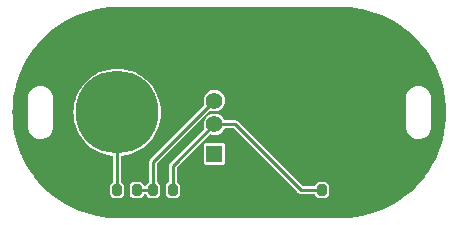
<source format=gbr>
%TF.GenerationSoftware,KiCad,Pcbnew,(6.0.5)*%
%TF.CreationDate,2022-05-17T08:39:16+02:00*%
%TF.ProjectId,supply2usb,73757070-6c79-4327-9573-622e6b696361,rev?*%
%TF.SameCoordinates,Original*%
%TF.FileFunction,Copper,L1,Top*%
%TF.FilePolarity,Positive*%
%FSLAX46Y46*%
G04 Gerber Fmt 4.6, Leading zero omitted, Abs format (unit mm)*
G04 Created by KiCad (PCBNEW (6.0.5)) date 2022-05-17 08:39:16*
%MOMM*%
%LPD*%
G01*
G04 APERTURE LIST*
G04 Aperture macros list*
%AMRoundRect*
0 Rectangle with rounded corners*
0 $1 Rounding radius*
0 $2 $3 $4 $5 $6 $7 $8 $9 X,Y pos of 4 corners*
0 Add a 4 corners polygon primitive as box body*
4,1,4,$2,$3,$4,$5,$6,$7,$8,$9,$2,$3,0*
0 Add four circle primitives for the rounded corners*
1,1,$1+$1,$2,$3*
1,1,$1+$1,$4,$5*
1,1,$1+$1,$6,$7*
1,1,$1+$1,$8,$9*
0 Add four rect primitives between the rounded corners*
20,1,$1+$1,$2,$3,$4,$5,0*
20,1,$1+$1,$4,$5,$6,$7,0*
20,1,$1+$1,$6,$7,$8,$9,0*
20,1,$1+$1,$8,$9,$2,$3,0*%
G04 Aperture macros list end*
%TA.AperFunction,SMDPad,CuDef*%
%ADD10RoundRect,0.200000X-0.200000X-0.275000X0.200000X-0.275000X0.200000X0.275000X-0.200000X0.275000X0*%
%TD*%
%TA.AperFunction,ComponentPad*%
%ADD11C,7.000000*%
%TD*%
%TA.AperFunction,ComponentPad*%
%ADD12R,1.420000X1.420000*%
%TD*%
%TA.AperFunction,ComponentPad*%
%ADD13C,1.420000*%
%TD*%
%TA.AperFunction,ComponentPad*%
%ADD14C,2.900000*%
%TD*%
%TA.AperFunction,Conductor*%
%ADD15C,0.250000*%
%TD*%
G04 APERTURE END LIST*
D10*
%TO.P,R2,1*%
%TO.N,Net-(J3-Pad3)*%
X113050000Y-96570000D03*
%TO.P,R2,2*%
%TO.N,Net-(J3-Pad2)*%
X114700000Y-96570000D03*
%TD*%
D11*
%TO.P,J2,1,Pin_1*%
%TO.N,GND*%
X129000000Y-90000000D03*
%TD*%
D12*
%TO.P,J3,1,VBUS*%
%TO.N,VBUS*%
X118240000Y-93500000D03*
D13*
%TO.P,J3,2,D-*%
%TO.N,Net-(J3-Pad2)*%
X118240000Y-91000000D03*
%TO.P,J3,3,D+*%
%TO.N,Net-(J3-Pad3)*%
X118240000Y-89000000D03*
%TO.P,J3,4,GND*%
%TO.N,GND*%
X118240000Y-86500000D03*
D14*
%TO.P,J3,5,Shield*%
X120950000Y-83430000D03*
X120950000Y-96570000D03*
%TD*%
D11*
%TO.P,J1,1,Pin_1*%
%TO.N,VBUS*%
X110000000Y-90000000D03*
%TD*%
D10*
%TO.P,R3,1*%
%TO.N,Net-(J3-Pad2)*%
X127350000Y-96570000D03*
%TO.P,R3,2*%
%TO.N,GND*%
X129000000Y-96570000D03*
%TD*%
%TO.P,R1,1*%
%TO.N,VBUS*%
X110000000Y-96570000D03*
%TO.P,R1,2*%
%TO.N,Net-(J3-Pad3)*%
X111650000Y-96570000D03*
%TD*%
D15*
%TO.N,Net-(J3-Pad2)*%
X118240000Y-91000000D02*
X114700000Y-94540000D01*
X125570000Y-96570000D02*
X127350000Y-96570000D01*
X114700000Y-94540000D02*
X114700000Y-96570000D01*
X118240000Y-91000000D02*
X120000000Y-91000000D01*
X120000000Y-91000000D02*
X125570000Y-96570000D01*
%TO.N,Net-(J3-Pad3)*%
X113050000Y-94190000D02*
X113050000Y-96570000D01*
X111650000Y-96570000D02*
X113050000Y-96570000D01*
X118240000Y-89000000D02*
X113050000Y-94190000D01*
%TO.N,VBUS*%
X110000000Y-96570000D02*
X110000000Y-90000000D01*
%TD*%
%TA.AperFunction,Conductor*%
%TO.N,GND*%
G36*
X128989213Y-81053191D02*
G01*
X128989253Y-81053202D01*
X128989254Y-81053202D01*
X128998640Y-81055805D01*
X129008071Y-81053366D01*
X129011178Y-81053393D01*
X129027307Y-81051679D01*
X129578192Y-81074427D01*
X129582994Y-81074782D01*
X129838005Y-81102006D01*
X130157341Y-81136097D01*
X130162078Y-81136760D01*
X130731213Y-81235301D01*
X130735925Y-81236275D01*
X131297449Y-81371625D01*
X131302073Y-81372900D01*
X131853629Y-81544493D01*
X131858138Y-81546059D01*
X132397345Y-81753152D01*
X132401771Y-81755020D01*
X132401774Y-81755021D01*
X132401776Y-81755022D01*
X132926353Y-81996740D01*
X132930658Y-81998896D01*
X133438403Y-82274220D01*
X133442560Y-82276652D01*
X133931330Y-82584422D01*
X133935319Y-82587119D01*
X134403036Y-82926027D01*
X134406841Y-82928978D01*
X134851510Y-83297576D01*
X134855116Y-83300768D01*
X135274896Y-83697531D01*
X135278279Y-83700944D01*
X135671348Y-84124153D01*
X135674503Y-84127780D01*
X136039224Y-84575669D01*
X136042141Y-84579500D01*
X136376946Y-85050146D01*
X136379608Y-85054158D01*
X136683100Y-85545592D01*
X136685496Y-85549770D01*
X136956378Y-86059896D01*
X136958497Y-86064220D01*
X137062191Y-86294523D01*
X137143805Y-86475786D01*
X137195632Y-86590894D01*
X137197465Y-86595347D01*
X137399837Y-87136318D01*
X137401377Y-87140881D01*
X137568142Y-87693886D01*
X137569379Y-87698531D01*
X137687289Y-88207141D01*
X137699819Y-88261191D01*
X137700752Y-88265903D01*
X137789412Y-88805968D01*
X137794324Y-88835888D01*
X137794949Y-88840663D01*
X137851249Y-89415504D01*
X137851562Y-89420309D01*
X137860830Y-89704994D01*
X137867521Y-89910500D01*
X137870356Y-89997592D01*
X137870356Y-90002396D01*
X137861681Y-90268875D01*
X137851562Y-90579691D01*
X137851249Y-90584496D01*
X137794949Y-91159337D01*
X137794324Y-91164110D01*
X137709200Y-91682640D01*
X137700754Y-91734085D01*
X137699821Y-91738797D01*
X137585263Y-92232952D01*
X137569381Y-92301461D01*
X137568142Y-92306114D01*
X137401377Y-92859119D01*
X137399837Y-92863682D01*
X137197465Y-93404653D01*
X137195635Y-93409098D01*
X137143580Y-93524712D01*
X136958497Y-93935780D01*
X136956378Y-93940104D01*
X136685496Y-94450230D01*
X136683100Y-94454408D01*
X136379608Y-94945842D01*
X136376946Y-94949854D01*
X136042141Y-95420500D01*
X136039224Y-95424331D01*
X135674503Y-95872220D01*
X135671355Y-95875839D01*
X135311320Y-96263482D01*
X135278286Y-96299049D01*
X135274896Y-96302469D01*
X134855116Y-96699232D01*
X134851510Y-96702424D01*
X134406841Y-97071022D01*
X134403036Y-97073973D01*
X133935319Y-97412881D01*
X133931330Y-97415578D01*
X133442560Y-97723348D01*
X133438403Y-97725780D01*
X132930658Y-98001104D01*
X132926353Y-98003260D01*
X132728223Y-98094555D01*
X132401771Y-98244980D01*
X132397345Y-98246848D01*
X131858142Y-98453940D01*
X131853629Y-98455507D01*
X131302073Y-98627100D01*
X131297449Y-98628375D01*
X130735925Y-98763725D01*
X130731213Y-98764699D01*
X130162078Y-98863240D01*
X130157341Y-98863903D01*
X129838005Y-98897994D01*
X129582994Y-98925218D01*
X129578192Y-98925573D01*
X129027298Y-98948321D01*
X129011187Y-98946609D01*
X129008072Y-98946636D01*
X128998640Y-98944197D01*
X128989254Y-98946800D01*
X128989252Y-98946800D01*
X128989220Y-98946809D01*
X128969445Y-98949500D01*
X119500000Y-98949500D01*
X110030555Y-98949499D01*
X110010780Y-98946808D01*
X110010748Y-98946799D01*
X110010746Y-98946799D01*
X110001360Y-98944196D01*
X109991929Y-98946635D01*
X109988822Y-98946608D01*
X109972693Y-98948322D01*
X109421808Y-98925574D01*
X109417006Y-98925219D01*
X109161995Y-98897995D01*
X108842659Y-98863904D01*
X108837922Y-98863241D01*
X108268787Y-98764700D01*
X108264075Y-98763726D01*
X107702551Y-98628376D01*
X107697927Y-98627101D01*
X107146371Y-98455508D01*
X107141862Y-98453942D01*
X106602655Y-98246849D01*
X106598224Y-98244979D01*
X106073646Y-98003261D01*
X106069341Y-98001105D01*
X105561597Y-97725781D01*
X105557440Y-97723349D01*
X105068670Y-97415579D01*
X105064681Y-97412882D01*
X104596964Y-97073974D01*
X104593159Y-97071023D01*
X104148480Y-96702417D01*
X104144874Y-96699224D01*
X103725119Y-96302484D01*
X103721729Y-96299065D01*
X103654970Y-96227187D01*
X103328643Y-95875839D01*
X103325489Y-95872213D01*
X103318889Y-95864107D01*
X102960774Y-95424330D01*
X102957858Y-95420500D01*
X102623053Y-94949855D01*
X102620391Y-94945843D01*
X102316899Y-94454409D01*
X102314503Y-94450231D01*
X102043621Y-93940104D01*
X102041502Y-93935780D01*
X101856419Y-93524712D01*
X101804364Y-93409098D01*
X101802534Y-93404653D01*
X101600162Y-92863683D01*
X101598622Y-92859120D01*
X101431857Y-92306114D01*
X101430618Y-92301461D01*
X101414736Y-92232952D01*
X101300178Y-91738797D01*
X101299245Y-91734085D01*
X101290800Y-91682640D01*
X101220077Y-91251841D01*
X102449500Y-91251841D01*
X102464520Y-91405030D01*
X102524065Y-91602251D01*
X102620782Y-91784151D01*
X102750989Y-91943800D01*
X102909725Y-92075118D01*
X102912914Y-92076842D01*
X102912915Y-92076843D01*
X103087762Y-92171382D01*
X103090945Y-92173103D01*
X103094395Y-92174171D01*
X103094400Y-92174173D01*
X103219004Y-92212744D01*
X103287746Y-92234023D01*
X103492631Y-92255557D01*
X103496235Y-92255229D01*
X103496236Y-92255229D01*
X103595214Y-92246222D01*
X103697797Y-92236886D01*
X103746753Y-92222478D01*
X103891957Y-92179742D01*
X103891961Y-92179740D01*
X103895428Y-92178720D01*
X103991367Y-92128564D01*
X104074791Y-92084951D01*
X104074794Y-92084949D01*
X104077998Y-92083274D01*
X104121506Y-92048293D01*
X104235734Y-91956452D01*
X104235737Y-91956449D01*
X104238553Y-91954185D01*
X104240881Y-91951411D01*
X104368649Y-91799144D01*
X104368652Y-91799140D01*
X104370976Y-91796370D01*
X104470224Y-91615838D01*
X104532516Y-91419468D01*
X104534136Y-91405030D01*
X104550269Y-91261193D01*
X104550500Y-91259136D01*
X104550500Y-90000000D01*
X106294422Y-90000000D01*
X106294523Y-90001927D01*
X106311055Y-90317360D01*
X106314722Y-90387338D01*
X106375398Y-90770433D01*
X106375898Y-90772299D01*
X106437943Y-91003853D01*
X106475786Y-91145087D01*
X106476475Y-91146882D01*
X106476477Y-91146888D01*
X106614091Y-91505385D01*
X106614095Y-91505395D01*
X106614786Y-91507194D01*
X106615664Y-91508917D01*
X106763542Y-91799144D01*
X106790875Y-91852789D01*
X106791919Y-91854397D01*
X106791925Y-91854407D01*
X106998889Y-92173103D01*
X107002124Y-92178084D01*
X107003335Y-92179579D01*
X107003339Y-92179585D01*
X107064554Y-92255179D01*
X107246219Y-92479516D01*
X107520484Y-92753781D01*
X107656200Y-92863682D01*
X107820415Y-92996661D01*
X107820421Y-92996665D01*
X107821916Y-92997876D01*
X107823533Y-92998926D01*
X107823537Y-92998929D01*
X108145593Y-93208075D01*
X108145603Y-93208081D01*
X108147211Y-93209125D01*
X108492806Y-93385214D01*
X108494605Y-93385905D01*
X108494615Y-93385909D01*
X108853112Y-93523523D01*
X108853118Y-93523525D01*
X108854913Y-93524214D01*
X108856768Y-93524711D01*
X108856771Y-93524712D01*
X109209136Y-93619128D01*
X109229567Y-93624602D01*
X109612076Y-93685185D01*
X109656348Y-93709726D01*
X109674500Y-93758274D01*
X109674500Y-95864107D01*
X109657187Y-95911673D01*
X109634096Y-95930041D01*
X109561658Y-95966950D01*
X109471950Y-96056658D01*
X109469306Y-96061848D01*
X109469304Y-96061850D01*
X109417000Y-96164502D01*
X109414354Y-96169696D01*
X109413443Y-96175448D01*
X109413442Y-96175451D01*
X109410446Y-96194368D01*
X109399500Y-96263481D01*
X109399501Y-96876518D01*
X109399956Y-96879390D01*
X109399956Y-96879392D01*
X109401244Y-96887525D01*
X109414354Y-96970304D01*
X109438981Y-97018637D01*
X109469304Y-97078150D01*
X109469306Y-97078152D01*
X109471950Y-97083342D01*
X109561658Y-97173050D01*
X109566848Y-97175694D01*
X109566850Y-97175696D01*
X109669502Y-97228000D01*
X109669505Y-97228001D01*
X109674696Y-97230646D01*
X109680448Y-97231557D01*
X109680451Y-97231558D01*
X109765602Y-97245044D01*
X109768481Y-97245500D01*
X110000000Y-97245500D01*
X110231518Y-97245499D01*
X110234390Y-97245044D01*
X110234392Y-97245044D01*
X110266090Y-97240024D01*
X110325304Y-97230646D01*
X110381823Y-97201848D01*
X110433150Y-97175696D01*
X110433152Y-97175694D01*
X110438342Y-97173050D01*
X110528050Y-97083342D01*
X110530694Y-97078152D01*
X110530696Y-97078150D01*
X110583000Y-96975498D01*
X110583001Y-96975495D01*
X110585646Y-96970304D01*
X110586557Y-96964551D01*
X110586558Y-96964549D01*
X110600045Y-96879392D01*
X110600500Y-96876519D01*
X110600499Y-96263482D01*
X110600499Y-96263481D01*
X111049500Y-96263481D01*
X111049501Y-96876518D01*
X111049956Y-96879390D01*
X111049956Y-96879392D01*
X111051244Y-96887525D01*
X111064354Y-96970304D01*
X111088981Y-97018637D01*
X111119304Y-97078150D01*
X111119306Y-97078152D01*
X111121950Y-97083342D01*
X111211658Y-97173050D01*
X111216848Y-97175694D01*
X111216850Y-97175696D01*
X111319502Y-97228000D01*
X111319505Y-97228001D01*
X111324696Y-97230646D01*
X111330448Y-97231557D01*
X111330451Y-97231558D01*
X111415602Y-97245044D01*
X111418481Y-97245500D01*
X111650000Y-97245500D01*
X111881518Y-97245499D01*
X111884390Y-97245044D01*
X111884392Y-97245044D01*
X111916090Y-97240024D01*
X111975304Y-97230646D01*
X112031823Y-97201848D01*
X112083150Y-97175696D01*
X112083152Y-97175694D01*
X112088342Y-97173050D01*
X112178050Y-97083342D01*
X112180694Y-97078152D01*
X112180696Y-97078150D01*
X112233000Y-96975498D01*
X112233001Y-96975495D01*
X112235646Y-96970304D01*
X112237607Y-96957923D01*
X112262149Y-96913651D01*
X112310696Y-96895500D01*
X112389304Y-96895500D01*
X112436870Y-96912813D01*
X112462393Y-96957922D01*
X112464354Y-96970304D01*
X112488981Y-97018637D01*
X112519304Y-97078150D01*
X112519306Y-97078152D01*
X112521950Y-97083342D01*
X112611658Y-97173050D01*
X112616848Y-97175694D01*
X112616850Y-97175696D01*
X112719502Y-97228000D01*
X112719505Y-97228001D01*
X112724696Y-97230646D01*
X112730448Y-97231557D01*
X112730451Y-97231558D01*
X112815602Y-97245044D01*
X112818481Y-97245500D01*
X113050000Y-97245500D01*
X113281518Y-97245499D01*
X113284390Y-97245044D01*
X113284392Y-97245044D01*
X113316090Y-97240024D01*
X113375304Y-97230646D01*
X113431823Y-97201848D01*
X113483150Y-97175696D01*
X113483152Y-97175694D01*
X113488342Y-97173050D01*
X113578050Y-97083342D01*
X113580694Y-97078152D01*
X113580696Y-97078150D01*
X113633000Y-96975498D01*
X113633001Y-96975495D01*
X113635646Y-96970304D01*
X113636557Y-96964551D01*
X113636558Y-96964549D01*
X113650045Y-96879392D01*
X113650500Y-96876519D01*
X113650499Y-96263482D01*
X113650499Y-96263481D01*
X114099500Y-96263481D01*
X114099501Y-96876518D01*
X114099956Y-96879390D01*
X114099956Y-96879392D01*
X114101244Y-96887525D01*
X114114354Y-96970304D01*
X114138981Y-97018637D01*
X114169304Y-97078150D01*
X114169306Y-97078152D01*
X114171950Y-97083342D01*
X114261658Y-97173050D01*
X114266848Y-97175694D01*
X114266850Y-97175696D01*
X114369502Y-97228000D01*
X114369505Y-97228001D01*
X114374696Y-97230646D01*
X114380448Y-97231557D01*
X114380451Y-97231558D01*
X114465602Y-97245044D01*
X114468481Y-97245500D01*
X114700000Y-97245500D01*
X114931518Y-97245499D01*
X114934390Y-97245044D01*
X114934392Y-97245044D01*
X114966090Y-97240024D01*
X115025304Y-97230646D01*
X115081823Y-97201848D01*
X115133150Y-97175696D01*
X115133152Y-97175694D01*
X115138342Y-97173050D01*
X115228050Y-97083342D01*
X115230694Y-97078152D01*
X115230696Y-97078150D01*
X115283000Y-96975498D01*
X115283001Y-96975495D01*
X115285646Y-96970304D01*
X115286557Y-96964551D01*
X115286558Y-96964549D01*
X115300045Y-96879392D01*
X115300500Y-96876519D01*
X115300499Y-96263482D01*
X115285646Y-96169696D01*
X115256848Y-96113177D01*
X115230696Y-96061850D01*
X115230694Y-96061848D01*
X115228050Y-96056658D01*
X115138342Y-95966950D01*
X115065904Y-95930041D01*
X115031382Y-95893021D01*
X115025500Y-95864107D01*
X115025500Y-94705478D01*
X115042813Y-94657912D01*
X115047174Y-94653152D01*
X115470578Y-94229748D01*
X117329500Y-94229748D01*
X117341133Y-94288231D01*
X117345184Y-94294293D01*
X117345184Y-94294294D01*
X117364620Y-94323381D01*
X117385448Y-94354552D01*
X117451769Y-94398867D01*
X117496295Y-94407724D01*
X117506682Y-94409790D01*
X117506683Y-94409790D01*
X117510252Y-94410500D01*
X118969748Y-94410500D01*
X118973317Y-94409790D01*
X118973318Y-94409790D01*
X118983705Y-94407724D01*
X119028231Y-94398867D01*
X119094552Y-94354552D01*
X119115380Y-94323381D01*
X119134816Y-94294294D01*
X119134816Y-94294293D01*
X119138867Y-94288231D01*
X119150500Y-94229748D01*
X119150500Y-92770252D01*
X119138867Y-92711769D01*
X119094552Y-92645448D01*
X119028231Y-92601133D01*
X118983705Y-92592276D01*
X118973318Y-92590210D01*
X118973317Y-92590210D01*
X118969748Y-92589500D01*
X117510252Y-92589500D01*
X117506683Y-92590210D01*
X117506682Y-92590210D01*
X117496295Y-92592276D01*
X117451769Y-92601133D01*
X117385448Y-92645448D01*
X117341133Y-92711769D01*
X117329500Y-92770252D01*
X117329500Y-94229748D01*
X115470578Y-94229748D01*
X117832926Y-91867400D01*
X117878802Y-91846008D01*
X117915350Y-91852123D01*
X117957090Y-91870707D01*
X117960882Y-91871513D01*
X117960885Y-91871514D01*
X118140506Y-91909693D01*
X118144303Y-91910500D01*
X118335697Y-91910500D01*
X118339494Y-91909693D01*
X118519115Y-91871514D01*
X118519118Y-91871513D01*
X118522910Y-91870707D01*
X118526452Y-91869130D01*
X118526455Y-91869129D01*
X118694216Y-91794436D01*
X118697758Y-91792859D01*
X118709744Y-91784151D01*
X118849461Y-91682640D01*
X118849462Y-91682639D01*
X118852599Y-91680360D01*
X118980667Y-91538126D01*
X119059589Y-91401430D01*
X119074427Y-91375730D01*
X119074428Y-91375729D01*
X119076365Y-91372373D01*
X119077373Y-91369270D01*
X119112402Y-91332991D01*
X119144846Y-91325500D01*
X119834522Y-91325500D01*
X119882088Y-91342813D01*
X119886848Y-91347174D01*
X125327506Y-96787832D01*
X125331867Y-96792591D01*
X125357545Y-96823194D01*
X125392149Y-96843172D01*
X125397589Y-96846638D01*
X125430316Y-96869554D01*
X125436568Y-96871229D01*
X125441118Y-96873351D01*
X125446628Y-96875633D01*
X125451348Y-96877351D01*
X125456955Y-96880588D01*
X125496295Y-96887525D01*
X125502587Y-96888920D01*
X125541194Y-96899264D01*
X125580995Y-96895782D01*
X125587445Y-96895500D01*
X126689304Y-96895500D01*
X126736870Y-96912813D01*
X126762393Y-96957922D01*
X126764354Y-96970304D01*
X126788981Y-97018637D01*
X126819304Y-97078150D01*
X126819306Y-97078152D01*
X126821950Y-97083342D01*
X126911658Y-97173050D01*
X126916848Y-97175694D01*
X126916850Y-97175696D01*
X127019502Y-97228000D01*
X127019505Y-97228001D01*
X127024696Y-97230646D01*
X127030448Y-97231557D01*
X127030451Y-97231558D01*
X127115602Y-97245044D01*
X127118481Y-97245500D01*
X127350000Y-97245500D01*
X127581518Y-97245499D01*
X127584390Y-97245044D01*
X127584392Y-97245044D01*
X127616090Y-97240024D01*
X127675304Y-97230646D01*
X127731823Y-97201848D01*
X127783150Y-97175696D01*
X127783152Y-97175694D01*
X127788342Y-97173050D01*
X127878050Y-97083342D01*
X127880694Y-97078152D01*
X127880696Y-97078150D01*
X127933000Y-96975498D01*
X127933001Y-96975495D01*
X127935646Y-96970304D01*
X127936557Y-96964551D01*
X127936558Y-96964549D01*
X127950045Y-96879392D01*
X127950500Y-96876519D01*
X127950499Y-96263482D01*
X127935646Y-96169696D01*
X127906848Y-96113177D01*
X127880696Y-96061850D01*
X127880694Y-96061848D01*
X127878050Y-96056658D01*
X127788342Y-95966950D01*
X127783152Y-95964306D01*
X127783150Y-95964304D01*
X127680498Y-95912000D01*
X127680495Y-95911999D01*
X127675304Y-95909354D01*
X127669552Y-95908443D01*
X127669549Y-95908442D01*
X127584392Y-95894955D01*
X127581519Y-95894500D01*
X127578610Y-95894500D01*
X127350001Y-95894501D01*
X127118482Y-95894501D01*
X127115610Y-95894956D01*
X127115608Y-95894956D01*
X127083910Y-95899976D01*
X127024696Y-95909354D01*
X126984096Y-95930041D01*
X126916850Y-95964304D01*
X126916848Y-95964306D01*
X126911658Y-95966950D01*
X126821950Y-96056658D01*
X126819306Y-96061848D01*
X126819304Y-96061850D01*
X126767000Y-96164502D01*
X126764354Y-96169696D01*
X126762408Y-96181983D01*
X126762393Y-96182077D01*
X126737851Y-96226349D01*
X126689304Y-96244500D01*
X125735478Y-96244500D01*
X125687912Y-96227187D01*
X125683152Y-96222826D01*
X120712167Y-91251841D01*
X134449500Y-91251841D01*
X134464520Y-91405030D01*
X134524065Y-91602251D01*
X134620782Y-91784151D01*
X134750989Y-91943800D01*
X134909725Y-92075118D01*
X134912914Y-92076842D01*
X134912915Y-92076843D01*
X135087762Y-92171382D01*
X135090945Y-92173103D01*
X135094395Y-92174171D01*
X135094400Y-92174173D01*
X135219004Y-92212744D01*
X135287746Y-92234023D01*
X135492631Y-92255557D01*
X135496235Y-92255229D01*
X135496236Y-92255229D01*
X135595214Y-92246222D01*
X135697797Y-92236886D01*
X135746753Y-92222478D01*
X135891957Y-92179742D01*
X135891961Y-92179740D01*
X135895428Y-92178720D01*
X135991367Y-92128564D01*
X136074791Y-92084951D01*
X136074794Y-92084949D01*
X136077998Y-92083274D01*
X136121506Y-92048293D01*
X136235734Y-91956452D01*
X136235737Y-91956449D01*
X136238553Y-91954185D01*
X136240881Y-91951411D01*
X136368649Y-91799144D01*
X136368652Y-91799140D01*
X136370976Y-91796370D01*
X136470224Y-91615838D01*
X136532516Y-91419468D01*
X136534136Y-91405030D01*
X136550269Y-91261193D01*
X136550500Y-91259136D01*
X136550500Y-88748159D01*
X136535480Y-88594970D01*
X136475935Y-88397749D01*
X136379218Y-88215849D01*
X136249011Y-88056200D01*
X136090275Y-87924882D01*
X136079384Y-87918993D01*
X135912238Y-87828618D01*
X135909055Y-87826897D01*
X135905605Y-87825829D01*
X135905600Y-87825827D01*
X135780996Y-87787256D01*
X135712254Y-87765977D01*
X135507369Y-87744443D01*
X135503765Y-87744771D01*
X135503764Y-87744771D01*
X135503215Y-87744821D01*
X135302203Y-87763114D01*
X135253247Y-87777522D01*
X135108043Y-87820258D01*
X135108039Y-87820260D01*
X135104572Y-87821280D01*
X135008633Y-87871436D01*
X134925209Y-87915049D01*
X134925206Y-87915051D01*
X134922002Y-87916726D01*
X134919184Y-87918992D01*
X134919182Y-87918993D01*
X134764266Y-88043548D01*
X134764263Y-88043551D01*
X134761447Y-88045815D01*
X134759121Y-88048587D01*
X134759119Y-88048589D01*
X134631351Y-88200856D01*
X134631348Y-88200860D01*
X134629024Y-88203630D01*
X134529776Y-88384162D01*
X134467484Y-88580532D01*
X134467081Y-88584123D01*
X134467081Y-88584124D01*
X134465461Y-88598570D01*
X134449500Y-88740864D01*
X134449500Y-91251841D01*
X120712167Y-91251841D01*
X120242494Y-90782168D01*
X120238133Y-90777408D01*
X120216619Y-90751769D01*
X120212455Y-90746806D01*
X120177851Y-90726828D01*
X120172411Y-90723362D01*
X120144987Y-90704159D01*
X120144986Y-90704158D01*
X120139684Y-90700446D01*
X120133432Y-90698771D01*
X120128882Y-90696649D01*
X120123358Y-90694361D01*
X120118647Y-90692647D01*
X120113045Y-90689412D01*
X120106674Y-90688289D01*
X120106672Y-90688288D01*
X120083271Y-90684162D01*
X120073703Y-90682475D01*
X120067401Y-90681078D01*
X120028807Y-90670736D01*
X120022359Y-90671300D01*
X120022358Y-90671300D01*
X119989009Y-90674218D01*
X119982559Y-90674500D01*
X119144846Y-90674500D01*
X119097280Y-90657187D01*
X119077395Y-90630797D01*
X119076365Y-90627627D01*
X119050081Y-90582101D01*
X118982605Y-90465231D01*
X118980667Y-90461874D01*
X118852599Y-90319640D01*
X118697758Y-90207141D01*
X118688071Y-90202828D01*
X118526455Y-90130871D01*
X118526452Y-90130870D01*
X118522910Y-90129293D01*
X118519118Y-90128487D01*
X118519115Y-90128486D01*
X118339494Y-90090307D01*
X118339493Y-90090307D01*
X118335697Y-90089500D01*
X118144303Y-90089500D01*
X118140507Y-90090307D01*
X118140506Y-90090307D01*
X117960885Y-90128486D01*
X117960882Y-90128487D01*
X117957090Y-90129293D01*
X117953548Y-90130870D01*
X117953545Y-90130871D01*
X117795617Y-90201186D01*
X117782243Y-90207141D01*
X117779107Y-90209419D01*
X117779106Y-90209420D01*
X117630538Y-90317360D01*
X117630533Y-90317364D01*
X117627401Y-90319640D01*
X117499333Y-90461874D01*
X117403635Y-90627627D01*
X117344491Y-90809654D01*
X117324485Y-91000000D01*
X117344491Y-91190346D01*
X117345689Y-91194032D01*
X117390521Y-91332012D01*
X117388755Y-91382600D01*
X117372469Y-91407205D01*
X114482168Y-94297506D01*
X114477409Y-94301867D01*
X114446806Y-94327545D01*
X114430680Y-94355478D01*
X114426831Y-94362144D01*
X114423362Y-94367589D01*
X114400446Y-94400316D01*
X114398771Y-94406568D01*
X114396649Y-94411118D01*
X114394361Y-94416642D01*
X114392647Y-94421353D01*
X114389412Y-94426955D01*
X114388289Y-94433326D01*
X114388288Y-94433328D01*
X114382476Y-94466294D01*
X114381079Y-94472596D01*
X114370736Y-94511193D01*
X114371300Y-94517641D01*
X114371300Y-94517642D01*
X114374218Y-94550991D01*
X114374500Y-94557441D01*
X114374500Y-95864107D01*
X114357187Y-95911673D01*
X114334096Y-95930041D01*
X114261658Y-95966950D01*
X114171950Y-96056658D01*
X114169306Y-96061848D01*
X114169304Y-96061850D01*
X114117000Y-96164502D01*
X114114354Y-96169696D01*
X114113443Y-96175448D01*
X114113442Y-96175451D01*
X114110446Y-96194368D01*
X114099500Y-96263481D01*
X113650499Y-96263481D01*
X113635646Y-96169696D01*
X113606848Y-96113177D01*
X113580696Y-96061850D01*
X113580694Y-96061848D01*
X113578050Y-96056658D01*
X113488342Y-95966950D01*
X113415904Y-95930041D01*
X113381382Y-95893021D01*
X113375500Y-95864107D01*
X113375500Y-94355478D01*
X113392813Y-94307912D01*
X113397174Y-94303152D01*
X117832927Y-89867400D01*
X117878803Y-89846008D01*
X117915352Y-89852124D01*
X117953545Y-89869129D01*
X117953548Y-89869130D01*
X117957090Y-89870707D01*
X117960882Y-89871513D01*
X117960885Y-89871514D01*
X118140506Y-89909693D01*
X118144303Y-89910500D01*
X118335697Y-89910500D01*
X118339494Y-89909693D01*
X118519115Y-89871514D01*
X118519118Y-89871513D01*
X118522910Y-89870707D01*
X118526452Y-89869130D01*
X118526455Y-89869129D01*
X118694216Y-89794436D01*
X118697758Y-89792859D01*
X118852599Y-89680360D01*
X118980667Y-89538126D01*
X119076365Y-89372373D01*
X119135509Y-89190346D01*
X119155515Y-89000000D01*
X119135509Y-88809654D01*
X119076365Y-88627627D01*
X118980667Y-88461874D01*
X118852599Y-88319640D01*
X118714141Y-88219044D01*
X118700895Y-88209420D01*
X118700894Y-88209419D01*
X118697758Y-88207141D01*
X118567011Y-88148928D01*
X118526455Y-88130871D01*
X118526452Y-88130870D01*
X118522910Y-88129293D01*
X118519118Y-88128487D01*
X118519115Y-88128486D01*
X118339494Y-88090307D01*
X118339493Y-88090307D01*
X118335697Y-88089500D01*
X118144303Y-88089500D01*
X118140507Y-88090307D01*
X118140506Y-88090307D01*
X117960885Y-88128486D01*
X117960882Y-88128487D01*
X117957090Y-88129293D01*
X117953548Y-88130870D01*
X117953545Y-88130871D01*
X117796359Y-88200856D01*
X117782243Y-88207141D01*
X117779107Y-88209419D01*
X117779106Y-88209420D01*
X117630538Y-88317360D01*
X117630533Y-88317364D01*
X117627401Y-88319640D01*
X117499333Y-88461874D01*
X117403635Y-88627627D01*
X117344491Y-88809654D01*
X117324485Y-89000000D01*
X117344491Y-89190346D01*
X117357235Y-89229567D01*
X117390521Y-89332012D01*
X117388755Y-89382600D01*
X117372469Y-89407205D01*
X112832168Y-93947506D01*
X112827409Y-93951867D01*
X112796806Y-93977545D01*
X112793568Y-93983154D01*
X112776831Y-94012144D01*
X112773362Y-94017589D01*
X112750446Y-94050316D01*
X112748771Y-94056568D01*
X112746649Y-94061118D01*
X112744361Y-94066642D01*
X112742647Y-94071353D01*
X112739412Y-94076955D01*
X112738289Y-94083326D01*
X112738288Y-94083328D01*
X112732476Y-94116294D01*
X112731079Y-94122596D01*
X112720736Y-94161193D01*
X112721300Y-94167641D01*
X112721300Y-94167642D01*
X112724218Y-94200991D01*
X112724500Y-94207441D01*
X112724500Y-95864107D01*
X112707187Y-95911673D01*
X112684096Y-95930041D01*
X112611658Y-95966950D01*
X112521950Y-96056658D01*
X112519306Y-96061848D01*
X112519304Y-96061850D01*
X112467000Y-96164502D01*
X112464354Y-96169696D01*
X112462408Y-96181983D01*
X112462393Y-96182077D01*
X112437851Y-96226349D01*
X112389304Y-96244500D01*
X112310696Y-96244500D01*
X112263130Y-96227187D01*
X112237607Y-96182078D01*
X112236557Y-96175449D01*
X112235646Y-96169696D01*
X112206848Y-96113177D01*
X112180696Y-96061850D01*
X112180694Y-96061848D01*
X112178050Y-96056658D01*
X112088342Y-95966950D01*
X112083152Y-95964306D01*
X112083150Y-95964304D01*
X111980498Y-95912000D01*
X111980495Y-95911999D01*
X111975304Y-95909354D01*
X111969552Y-95908443D01*
X111969549Y-95908442D01*
X111884392Y-95894955D01*
X111881519Y-95894500D01*
X111878610Y-95894500D01*
X111650001Y-95894501D01*
X111418482Y-95894501D01*
X111415610Y-95894956D01*
X111415608Y-95894956D01*
X111383910Y-95899976D01*
X111324696Y-95909354D01*
X111284096Y-95930041D01*
X111216850Y-95964304D01*
X111216848Y-95964306D01*
X111211658Y-95966950D01*
X111121950Y-96056658D01*
X111119306Y-96061848D01*
X111119304Y-96061850D01*
X111067000Y-96164502D01*
X111064354Y-96169696D01*
X111063443Y-96175448D01*
X111063442Y-96175451D01*
X111060446Y-96194368D01*
X111049500Y-96263481D01*
X110600499Y-96263481D01*
X110585646Y-96169696D01*
X110556848Y-96113177D01*
X110530696Y-96061850D01*
X110530694Y-96061848D01*
X110528050Y-96056658D01*
X110438342Y-95966950D01*
X110365904Y-95930041D01*
X110331382Y-95893021D01*
X110325500Y-95864107D01*
X110325500Y-93758274D01*
X110342813Y-93710708D01*
X110387924Y-93685185D01*
X110770433Y-93624602D01*
X110790864Y-93619128D01*
X111143229Y-93524712D01*
X111143232Y-93524711D01*
X111145087Y-93524214D01*
X111146882Y-93523525D01*
X111146888Y-93523523D01*
X111505385Y-93385909D01*
X111505395Y-93385905D01*
X111507194Y-93385214D01*
X111852789Y-93209125D01*
X111854397Y-93208081D01*
X111854407Y-93208075D01*
X112176463Y-92998929D01*
X112176467Y-92998926D01*
X112178084Y-92997876D01*
X112179579Y-92996665D01*
X112179585Y-92996661D01*
X112343800Y-92863682D01*
X112479516Y-92753781D01*
X112753781Y-92479516D01*
X112935446Y-92255179D01*
X112996661Y-92179585D01*
X112996665Y-92179579D01*
X112997876Y-92178084D01*
X113001111Y-92173103D01*
X113208075Y-91854407D01*
X113208081Y-91854397D01*
X113209125Y-91852789D01*
X113236459Y-91799144D01*
X113384336Y-91508917D01*
X113385214Y-91507194D01*
X113385905Y-91505395D01*
X113385909Y-91505385D01*
X113523523Y-91146888D01*
X113523525Y-91146882D01*
X113524214Y-91145087D01*
X113562058Y-91003853D01*
X113624102Y-90772299D01*
X113624602Y-90770433D01*
X113685278Y-90387338D01*
X113688946Y-90317360D01*
X113705477Y-90001927D01*
X113705578Y-90000000D01*
X113690117Y-89704994D01*
X113685379Y-89614587D01*
X113685379Y-89614585D01*
X113685278Y-89612662D01*
X113624602Y-89229567D01*
X113563090Y-89000000D01*
X113524712Y-88856771D01*
X113524711Y-88856768D01*
X113524214Y-88854913D01*
X113479645Y-88738807D01*
X113385909Y-88494615D01*
X113385905Y-88494605D01*
X113385214Y-88492806D01*
X113237872Y-88203630D01*
X113210000Y-88148928D01*
X113209999Y-88148926D01*
X113209125Y-88147211D01*
X113208081Y-88145603D01*
X113208075Y-88145593D01*
X112998929Y-87823537D01*
X112998926Y-87823533D01*
X112997876Y-87821916D01*
X112996534Y-87820258D01*
X112754992Y-87521980D01*
X112753781Y-87520484D01*
X112479516Y-87246219D01*
X112336699Y-87130568D01*
X112179585Y-87003339D01*
X112179579Y-87003335D01*
X112178084Y-87002124D01*
X112176463Y-87001071D01*
X111854407Y-86791925D01*
X111854397Y-86791919D01*
X111852789Y-86790875D01*
X111507194Y-86614786D01*
X111505395Y-86614095D01*
X111505385Y-86614091D01*
X111146888Y-86476477D01*
X111146882Y-86476475D01*
X111145087Y-86475786D01*
X111143232Y-86475289D01*
X111143229Y-86475288D01*
X110772299Y-86375898D01*
X110770433Y-86375398D01*
X110387338Y-86314722D01*
X110385415Y-86314621D01*
X110385413Y-86314621D01*
X110001927Y-86294523D01*
X110000000Y-86294422D01*
X109998073Y-86294523D01*
X109614587Y-86314621D01*
X109614585Y-86314621D01*
X109612662Y-86314722D01*
X109229567Y-86375398D01*
X109227701Y-86375898D01*
X108856771Y-86475288D01*
X108856768Y-86475289D01*
X108854913Y-86475786D01*
X108853118Y-86476475D01*
X108853112Y-86476477D01*
X108494615Y-86614091D01*
X108494605Y-86614095D01*
X108492806Y-86614786D01*
X108147211Y-86790875D01*
X108145603Y-86791919D01*
X108145593Y-86791925D01*
X107823537Y-87001071D01*
X107821916Y-87002124D01*
X107820421Y-87003335D01*
X107820415Y-87003339D01*
X107663301Y-87130568D01*
X107520484Y-87246219D01*
X107246219Y-87520484D01*
X107245008Y-87521980D01*
X107003467Y-87820258D01*
X107002124Y-87821916D01*
X107001074Y-87823533D01*
X107001071Y-87823537D01*
X106791925Y-88145593D01*
X106791919Y-88145603D01*
X106790875Y-88147211D01*
X106790001Y-88148926D01*
X106790000Y-88148928D01*
X106762128Y-88203630D01*
X106614786Y-88492806D01*
X106614095Y-88494605D01*
X106614091Y-88494615D01*
X106520355Y-88738807D01*
X106475786Y-88854913D01*
X106475289Y-88856768D01*
X106475288Y-88856771D01*
X106436910Y-89000000D01*
X106375398Y-89229567D01*
X106314722Y-89612662D01*
X106314621Y-89614585D01*
X106314621Y-89614587D01*
X106309883Y-89704994D01*
X106294422Y-90000000D01*
X104550500Y-90000000D01*
X104550500Y-88748159D01*
X104535480Y-88594970D01*
X104475935Y-88397749D01*
X104379218Y-88215849D01*
X104249011Y-88056200D01*
X104090275Y-87924882D01*
X104079384Y-87918993D01*
X103912238Y-87828618D01*
X103909055Y-87826897D01*
X103905605Y-87825829D01*
X103905600Y-87825827D01*
X103780996Y-87787256D01*
X103712254Y-87765977D01*
X103507369Y-87744443D01*
X103503765Y-87744771D01*
X103503764Y-87744771D01*
X103503215Y-87744821D01*
X103302203Y-87763114D01*
X103253247Y-87777522D01*
X103108043Y-87820258D01*
X103108039Y-87820260D01*
X103104572Y-87821280D01*
X103008633Y-87871436D01*
X102925209Y-87915049D01*
X102925206Y-87915051D01*
X102922002Y-87916726D01*
X102919184Y-87918992D01*
X102919182Y-87918993D01*
X102764266Y-88043548D01*
X102764263Y-88043551D01*
X102761447Y-88045815D01*
X102759121Y-88048587D01*
X102759119Y-88048589D01*
X102631351Y-88200856D01*
X102631348Y-88200860D01*
X102629024Y-88203630D01*
X102529776Y-88384162D01*
X102467484Y-88580532D01*
X102467081Y-88584123D01*
X102467081Y-88584124D01*
X102465461Y-88598570D01*
X102449500Y-88740864D01*
X102449500Y-91251841D01*
X101220077Y-91251841D01*
X101205675Y-91164110D01*
X101205050Y-91159337D01*
X101148750Y-90584496D01*
X101148437Y-90579691D01*
X101138318Y-90268875D01*
X101129643Y-90002396D01*
X101129643Y-89997592D01*
X101132479Y-89910500D01*
X101139169Y-89704994D01*
X101148437Y-89420309D01*
X101148750Y-89415504D01*
X101205050Y-88840663D01*
X101205675Y-88835888D01*
X101210587Y-88805968D01*
X101299247Y-88265903D01*
X101300180Y-88261191D01*
X101312711Y-88207141D01*
X101430620Y-87698531D01*
X101431857Y-87693886D01*
X101598622Y-87140880D01*
X101600162Y-87136317D01*
X101802534Y-86595347D01*
X101804367Y-86590894D01*
X101856195Y-86475786D01*
X101937808Y-86294523D01*
X102041502Y-86064220D01*
X102043621Y-86059896D01*
X102314503Y-85549769D01*
X102316899Y-85545591D01*
X102620391Y-85054157D01*
X102623053Y-85050145D01*
X102957858Y-84579500D01*
X102960775Y-84575669D01*
X103220767Y-84256390D01*
X103325496Y-84127779D01*
X103328650Y-84124153D01*
X103721729Y-83700935D01*
X103725119Y-83697516D01*
X104144874Y-83300776D01*
X104148480Y-83297583D01*
X104593159Y-82928977D01*
X104596964Y-82926026D01*
X105064681Y-82587118D01*
X105068670Y-82584421D01*
X105557440Y-82276651D01*
X105561597Y-82274219D01*
X106069341Y-81998895D01*
X106073646Y-81996739D01*
X106598224Y-81755021D01*
X106602659Y-81753150D01*
X107141862Y-81546058D01*
X107146371Y-81544492D01*
X107697927Y-81372899D01*
X107702551Y-81371624D01*
X108264075Y-81236274D01*
X108268787Y-81235300D01*
X108837922Y-81136759D01*
X108842659Y-81136096D01*
X109161995Y-81102005D01*
X109417006Y-81074781D01*
X109421808Y-81074426D01*
X109972693Y-81051678D01*
X109988822Y-81053392D01*
X109991929Y-81053365D01*
X110001360Y-81055804D01*
X110010746Y-81053201D01*
X110010748Y-81053201D01*
X110010780Y-81053192D01*
X110030555Y-81050501D01*
X119499997Y-81050501D01*
X128969438Y-81050500D01*
X128989213Y-81053191D01*
G37*
%TD.AperFunction*%
%TD*%
M02*

</source>
